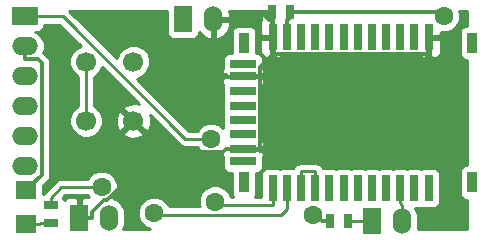
<source format=gtl>
G04 (created by PCBNEW-RS274X (2011-nov-30)-testing) date Sat 18 Aug 2012 12:14:24 PM CEST*
%MOIN*%
G04 Gerber Fmt 3.4, Leading zero omitted, Abs format*
%FSLAX34Y34*%
G01*
G70*
G90*
G04 APERTURE LIST*
%ADD10C,0.006*%
%ADD11R,0.025X0.045*%
%ADD12R,0.045X0.025*%
%ADD13R,0.06X0.0866*%
%ADD14O,0.06X0.0866*%
%ADD15R,0.0709X0.0629*%
%ADD16R,0.0314X0.0886*%
%ADD17R,0.0886X0.0314*%
%ADD18R,0.0354X0.0708*%
%ADD19R,0.0354X0.0707*%
%ADD20R,0.0866X0.06*%
%ADD21O,0.0866X0.06*%
%ADD22C,0.0669*%
%ADD23C,0.063*%
%ADD24C,0.0098*%
%ADD25C,0.0118*%
%ADD26C,0.01*%
G04 APERTURE END LIST*
G54D10*
G54D11*
X35930Y-20039D03*
X35330Y-20039D03*
G54D12*
X27953Y-26472D03*
X27953Y-27072D03*
G54D11*
X37259Y-27008D03*
X37859Y-27008D03*
G54D13*
X32374Y-20276D03*
G54D14*
X33374Y-20276D03*
G54D15*
X27126Y-25976D03*
X27126Y-27094D03*
G54D16*
X40079Y-20866D03*
X39606Y-20866D03*
X39134Y-20866D03*
X38661Y-20866D03*
X38189Y-20866D03*
X37717Y-20866D03*
X37244Y-20866D03*
X36772Y-20866D03*
X36299Y-20866D03*
X35827Y-20866D03*
X35354Y-20866D03*
X35354Y-25905D03*
X35827Y-25905D03*
X36299Y-25905D03*
X36772Y-25905D03*
X37244Y-25905D03*
X37717Y-25905D03*
X38189Y-25905D03*
X38661Y-25905D03*
X39134Y-25905D03*
X39606Y-25905D03*
X40079Y-25905D03*
X40551Y-25905D03*
X40551Y-20866D03*
G54D17*
X34370Y-21772D03*
X34370Y-22165D03*
X34370Y-22677D03*
X34370Y-23150D03*
X34370Y-23622D03*
X34370Y-24094D03*
X34370Y-24606D03*
X34370Y-25000D03*
G54D18*
X34409Y-21063D03*
G54D19*
X42007Y-21063D03*
X42008Y-25709D03*
X34409Y-25709D03*
G54D20*
X27087Y-20177D03*
G54D21*
X27087Y-21177D03*
X27087Y-22177D03*
X27087Y-23177D03*
X27087Y-24177D03*
X27087Y-25177D03*
G54D13*
X38673Y-27008D03*
G54D14*
X39673Y-27008D03*
G54D22*
X29134Y-21693D03*
X30708Y-21693D03*
X29134Y-23661D03*
X30708Y-23661D03*
G54D13*
X28909Y-26890D03*
G54D14*
X29909Y-26890D03*
G54D23*
X33308Y-24260D03*
X29651Y-25865D03*
X33438Y-26352D03*
X31406Y-26730D03*
X36711Y-26790D03*
X41056Y-20174D03*
G54D24*
X32444Y-24260D02*
X33308Y-24260D01*
X28361Y-20177D02*
X32444Y-24260D01*
X27087Y-20177D02*
X28361Y-20177D01*
G54D25*
X40551Y-20866D02*
X40551Y-21441D01*
X35354Y-21441D02*
X40551Y-21441D01*
X34370Y-24606D02*
X34945Y-24606D01*
X34370Y-24606D02*
X33795Y-24606D01*
X30708Y-23661D02*
X31551Y-24503D01*
X32103Y-24503D02*
X31551Y-24503D01*
X32310Y-24710D02*
X32103Y-24503D01*
X33691Y-24710D02*
X32310Y-24710D01*
X33795Y-24606D02*
X33691Y-24710D01*
X28909Y-26890D02*
X29341Y-26890D01*
X34945Y-24606D02*
X34945Y-22165D01*
X34370Y-22165D02*
X34945Y-22165D01*
X34945Y-21850D02*
X34945Y-22165D01*
X35354Y-21441D02*
X34945Y-21850D01*
X30286Y-25768D02*
X31551Y-24503D01*
X30286Y-25862D02*
X30286Y-25768D01*
X29836Y-26312D02*
X30286Y-25862D01*
X29742Y-26312D02*
X29836Y-26312D01*
X29341Y-26713D02*
X29742Y-26312D01*
X29341Y-26890D02*
X29341Y-26713D01*
X35330Y-20039D02*
X35073Y-20039D01*
X35354Y-21441D02*
X35354Y-20866D01*
X35227Y-20291D02*
X35024Y-20088D01*
X35354Y-20291D02*
X35227Y-20291D01*
X34836Y-20276D02*
X35024Y-20088D01*
X33374Y-20276D02*
X34836Y-20276D01*
X35024Y-20088D02*
X35073Y-20039D01*
X35354Y-20866D02*
X35354Y-20291D01*
G54D24*
X36299Y-25340D02*
X36772Y-25340D01*
X36299Y-25905D02*
X36299Y-25340D01*
X36772Y-25905D02*
X36772Y-25340D01*
X39606Y-26386D02*
X39606Y-25905D01*
X39673Y-26453D02*
X39606Y-26386D01*
X39673Y-27008D02*
X39673Y-26453D01*
X27603Y-27075D02*
X27606Y-27072D01*
X27603Y-27094D02*
X27603Y-27075D01*
X27953Y-27072D02*
X27606Y-27072D01*
X27126Y-27094D02*
X27603Y-27094D01*
X29134Y-21693D02*
X29134Y-23661D01*
X28313Y-25865D02*
X27953Y-26225D01*
X29651Y-25865D02*
X28313Y-25865D01*
X27953Y-26472D02*
X27953Y-26225D01*
X35354Y-25905D02*
X35354Y-26470D01*
X33556Y-26470D02*
X33438Y-26352D01*
X35354Y-26470D02*
X33556Y-26470D01*
X31466Y-26790D02*
X31406Y-26730D01*
X35623Y-26790D02*
X31466Y-26790D01*
X35827Y-26586D02*
X35623Y-26790D01*
X35827Y-25905D02*
X35827Y-26586D01*
X38673Y-27008D02*
X37859Y-27008D01*
G54D25*
X37259Y-27008D02*
X37002Y-27008D01*
X36784Y-26790D02*
X37002Y-27008D01*
X36711Y-26790D02*
X36784Y-26790D01*
X35930Y-20039D02*
X35930Y-20211D01*
X27653Y-25449D02*
X27126Y-25976D01*
X27653Y-21743D02*
X27653Y-25449D01*
X27519Y-21609D02*
X27653Y-21743D01*
X27087Y-21609D02*
X27519Y-21609D01*
X27087Y-21177D02*
X27087Y-21609D01*
X35827Y-20866D02*
X35827Y-20291D01*
X35850Y-20291D02*
X35827Y-20291D01*
X35930Y-20211D02*
X35850Y-20291D01*
X40921Y-20039D02*
X41056Y-20174D01*
X35930Y-20039D02*
X40921Y-20039D01*
G54D10*
G36*
X27137Y-22227D02*
X27037Y-22227D01*
X27037Y-22127D01*
X27137Y-22127D01*
X27137Y-22227D01*
X27137Y-22227D01*
G37*
G54D26*
X27137Y-22227D02*
X27037Y-22227D01*
X27037Y-22127D01*
X27137Y-22127D01*
X27137Y-22227D01*
G54D10*
G36*
X29228Y-26207D02*
X29021Y-26207D01*
X28959Y-26269D01*
X28959Y-26790D01*
X28959Y-26840D01*
X28959Y-26940D01*
X28859Y-26940D01*
X28859Y-26840D01*
X28859Y-26790D01*
X28859Y-26269D01*
X28797Y-26207D01*
X28560Y-26208D01*
X28468Y-26246D01*
X28405Y-26309D01*
X28405Y-26302D01*
X28370Y-26219D01*
X28359Y-26208D01*
X28427Y-26141D01*
X29179Y-26141D01*
X29192Y-26171D01*
X29228Y-26207D01*
X29228Y-26207D01*
G37*
G54D26*
X29228Y-26207D02*
X29021Y-26207D01*
X28959Y-26269D01*
X28959Y-26790D01*
X28959Y-26840D01*
X28959Y-26940D01*
X28859Y-26940D01*
X28859Y-26840D01*
X28859Y-26790D01*
X28859Y-26269D01*
X28797Y-26207D01*
X28560Y-26208D01*
X28468Y-26246D01*
X28405Y-26309D01*
X28405Y-26302D01*
X28370Y-26219D01*
X28359Y-26208D01*
X28427Y-26141D01*
X29179Y-26141D01*
X29192Y-26171D01*
X29228Y-26207D01*
G54D10*
G36*
X34043Y-26194D02*
X33957Y-26194D01*
X33897Y-26046D01*
X33745Y-25894D01*
X33546Y-25811D01*
X33331Y-25811D01*
X33132Y-25893D01*
X32980Y-26045D01*
X32897Y-26244D01*
X32897Y-26459D01*
X32919Y-26514D01*
X31902Y-26514D01*
X31865Y-26424D01*
X31713Y-26272D01*
X31514Y-26189D01*
X31299Y-26189D01*
X31100Y-26271D01*
X31047Y-26324D01*
X31047Y-24071D01*
X30708Y-23732D01*
X30637Y-23803D01*
X30637Y-23661D01*
X30298Y-23322D01*
X30200Y-23353D01*
X30120Y-23571D01*
X30130Y-23803D01*
X30200Y-23969D01*
X30298Y-24000D01*
X30637Y-23661D01*
X30637Y-23803D01*
X30369Y-24071D01*
X30400Y-24169D01*
X30618Y-24249D01*
X30850Y-24239D01*
X31016Y-24169D01*
X31047Y-24071D01*
X31047Y-26324D01*
X30948Y-26423D01*
X30865Y-26622D01*
X30865Y-26837D01*
X30947Y-27036D01*
X31099Y-27188D01*
X31264Y-27257D01*
X30376Y-27257D01*
X30426Y-27139D01*
X30426Y-26933D01*
X30426Y-26643D01*
X30348Y-26453D01*
X30202Y-26307D01*
X30041Y-26239D01*
X30109Y-26172D01*
X30192Y-25973D01*
X30192Y-25758D01*
X30110Y-25559D01*
X29958Y-25407D01*
X29759Y-25324D01*
X29544Y-25324D01*
X29345Y-25406D01*
X29193Y-25558D01*
X29180Y-25589D01*
X28313Y-25589D01*
X28207Y-25610D01*
X28118Y-25670D01*
X27758Y-26030D01*
X27707Y-26105D01*
X27707Y-25799D01*
X27855Y-25651D01*
X27917Y-25559D01*
X27917Y-25558D01*
X27920Y-25540D01*
X27938Y-25449D01*
X27939Y-25449D01*
X27939Y-21743D01*
X27917Y-21634D01*
X27916Y-21633D01*
X27895Y-21602D01*
X27855Y-21541D01*
X27855Y-21540D01*
X27721Y-21407D01*
X27701Y-21394D01*
X27749Y-21281D01*
X27749Y-21075D01*
X27671Y-20885D01*
X27525Y-20739D01*
X27441Y-20704D01*
X27565Y-20704D01*
X27648Y-20669D01*
X27712Y-20606D01*
X27747Y-20522D01*
X27747Y-20453D01*
X28247Y-20453D01*
X28955Y-21161D01*
X28817Y-21218D01*
X28660Y-21376D01*
X28574Y-21581D01*
X28574Y-21804D01*
X28659Y-22010D01*
X28817Y-22167D01*
X28858Y-22184D01*
X28858Y-23169D01*
X28817Y-23186D01*
X28660Y-23344D01*
X28574Y-23549D01*
X28574Y-23772D01*
X28659Y-23978D01*
X28817Y-24135D01*
X29022Y-24221D01*
X29245Y-24221D01*
X29451Y-24136D01*
X29608Y-23978D01*
X29694Y-23773D01*
X29694Y-23550D01*
X29609Y-23344D01*
X29451Y-23187D01*
X29410Y-23169D01*
X29410Y-22184D01*
X29451Y-22168D01*
X29608Y-22010D01*
X29665Y-21871D01*
X30907Y-23113D01*
X30798Y-23073D01*
X30566Y-23083D01*
X30400Y-23153D01*
X30369Y-23251D01*
X30673Y-23555D01*
X30708Y-23590D01*
X30779Y-23661D01*
X30814Y-23696D01*
X31118Y-24000D01*
X31216Y-23969D01*
X31296Y-23751D01*
X31286Y-23519D01*
X31266Y-23472D01*
X32249Y-24455D01*
X32338Y-24515D01*
X32444Y-24536D01*
X32836Y-24536D01*
X32849Y-24566D01*
X33001Y-24718D01*
X33200Y-24801D01*
X33415Y-24801D01*
X33614Y-24719D01*
X33677Y-24656D01*
X33677Y-24706D01*
X33689Y-24706D01*
X33677Y-24718D01*
X33678Y-24812D01*
X33700Y-24865D01*
X33700Y-24888D01*
X33700Y-25202D01*
X33735Y-25285D01*
X33798Y-25349D01*
X33882Y-25384D01*
X33972Y-25384D01*
X34005Y-25384D01*
X34005Y-25401D01*
X34005Y-26107D01*
X34040Y-26190D01*
X34043Y-26194D01*
X34043Y-26194D01*
G37*
G54D26*
X34043Y-26194D02*
X33957Y-26194D01*
X33897Y-26046D01*
X33745Y-25894D01*
X33546Y-25811D01*
X33331Y-25811D01*
X33132Y-25893D01*
X32980Y-26045D01*
X32897Y-26244D01*
X32897Y-26459D01*
X32919Y-26514D01*
X31902Y-26514D01*
X31865Y-26424D01*
X31713Y-26272D01*
X31514Y-26189D01*
X31299Y-26189D01*
X31100Y-26271D01*
X31047Y-26324D01*
X31047Y-24071D01*
X30708Y-23732D01*
X30637Y-23803D01*
X30637Y-23661D01*
X30298Y-23322D01*
X30200Y-23353D01*
X30120Y-23571D01*
X30130Y-23803D01*
X30200Y-23969D01*
X30298Y-24000D01*
X30637Y-23661D01*
X30637Y-23803D01*
X30369Y-24071D01*
X30400Y-24169D01*
X30618Y-24249D01*
X30850Y-24239D01*
X31016Y-24169D01*
X31047Y-24071D01*
X31047Y-26324D01*
X30948Y-26423D01*
X30865Y-26622D01*
X30865Y-26837D01*
X30947Y-27036D01*
X31099Y-27188D01*
X31264Y-27257D01*
X30376Y-27257D01*
X30426Y-27139D01*
X30426Y-26933D01*
X30426Y-26643D01*
X30348Y-26453D01*
X30202Y-26307D01*
X30041Y-26239D01*
X30109Y-26172D01*
X30192Y-25973D01*
X30192Y-25758D01*
X30110Y-25559D01*
X29958Y-25407D01*
X29759Y-25324D01*
X29544Y-25324D01*
X29345Y-25406D01*
X29193Y-25558D01*
X29180Y-25589D01*
X28313Y-25589D01*
X28207Y-25610D01*
X28118Y-25670D01*
X27758Y-26030D01*
X27707Y-26105D01*
X27707Y-25799D01*
X27855Y-25651D01*
X27917Y-25559D01*
X27917Y-25558D01*
X27920Y-25540D01*
X27938Y-25449D01*
X27939Y-25449D01*
X27939Y-21743D01*
X27917Y-21634D01*
X27916Y-21633D01*
X27895Y-21602D01*
X27855Y-21541D01*
X27855Y-21540D01*
X27721Y-21407D01*
X27701Y-21394D01*
X27749Y-21281D01*
X27749Y-21075D01*
X27671Y-20885D01*
X27525Y-20739D01*
X27441Y-20704D01*
X27565Y-20704D01*
X27648Y-20669D01*
X27712Y-20606D01*
X27747Y-20522D01*
X27747Y-20453D01*
X28247Y-20453D01*
X28955Y-21161D01*
X28817Y-21218D01*
X28660Y-21376D01*
X28574Y-21581D01*
X28574Y-21804D01*
X28659Y-22010D01*
X28817Y-22167D01*
X28858Y-22184D01*
X28858Y-23169D01*
X28817Y-23186D01*
X28660Y-23344D01*
X28574Y-23549D01*
X28574Y-23772D01*
X28659Y-23978D01*
X28817Y-24135D01*
X29022Y-24221D01*
X29245Y-24221D01*
X29451Y-24136D01*
X29608Y-23978D01*
X29694Y-23773D01*
X29694Y-23550D01*
X29609Y-23344D01*
X29451Y-23187D01*
X29410Y-23169D01*
X29410Y-22184D01*
X29451Y-22168D01*
X29608Y-22010D01*
X29665Y-21871D01*
X30907Y-23113D01*
X30798Y-23073D01*
X30566Y-23083D01*
X30400Y-23153D01*
X30369Y-23251D01*
X30673Y-23555D01*
X30708Y-23590D01*
X30779Y-23661D01*
X30814Y-23696D01*
X31118Y-24000D01*
X31216Y-23969D01*
X31296Y-23751D01*
X31286Y-23519D01*
X31266Y-23472D01*
X32249Y-24455D01*
X32338Y-24515D01*
X32444Y-24536D01*
X32836Y-24536D01*
X32849Y-24566D01*
X33001Y-24718D01*
X33200Y-24801D01*
X33415Y-24801D01*
X33614Y-24719D01*
X33677Y-24656D01*
X33677Y-24706D01*
X33689Y-24706D01*
X33677Y-24718D01*
X33678Y-24812D01*
X33700Y-24865D01*
X33700Y-24888D01*
X33700Y-25202D01*
X33735Y-25285D01*
X33798Y-25349D01*
X33882Y-25384D01*
X33972Y-25384D01*
X34005Y-25384D01*
X34005Y-25401D01*
X34005Y-26107D01*
X34040Y-26190D01*
X34043Y-26194D01*
G54D10*
G36*
X41824Y-27257D02*
X40958Y-27257D01*
X40958Y-20978D01*
X40896Y-20916D01*
X40601Y-20916D01*
X40601Y-21497D01*
X40663Y-21559D01*
X40757Y-21558D01*
X40849Y-21520D01*
X40919Y-21450D01*
X40957Y-21359D01*
X40957Y-21260D01*
X40958Y-20978D01*
X40958Y-27257D01*
X40190Y-27257D01*
X40190Y-27051D01*
X40190Y-26761D01*
X40113Y-26575D01*
X40281Y-26575D01*
X40314Y-26560D01*
X40349Y-26575D01*
X40439Y-26575D01*
X40753Y-26575D01*
X40836Y-26540D01*
X40900Y-26477D01*
X40935Y-26393D01*
X40935Y-26303D01*
X40935Y-25417D01*
X40900Y-25334D01*
X40837Y-25270D01*
X40753Y-25235D01*
X40663Y-25235D01*
X40349Y-25235D01*
X40315Y-25249D01*
X40281Y-25235D01*
X40191Y-25235D01*
X39877Y-25235D01*
X39842Y-25249D01*
X39808Y-25235D01*
X39718Y-25235D01*
X39404Y-25235D01*
X39370Y-25249D01*
X39336Y-25235D01*
X39246Y-25235D01*
X38932Y-25235D01*
X38897Y-25249D01*
X38863Y-25235D01*
X38773Y-25235D01*
X38459Y-25235D01*
X38425Y-25249D01*
X38391Y-25235D01*
X38301Y-25235D01*
X37987Y-25235D01*
X37953Y-25249D01*
X37919Y-25235D01*
X37829Y-25235D01*
X37515Y-25235D01*
X37480Y-25249D01*
X37446Y-25235D01*
X37356Y-25235D01*
X37042Y-25235D01*
X37028Y-25240D01*
X37027Y-25234D01*
X36967Y-25145D01*
X36878Y-25085D01*
X36772Y-25064D01*
X36299Y-25064D01*
X36193Y-25085D01*
X36104Y-25145D01*
X36044Y-25234D01*
X36042Y-25240D01*
X36029Y-25235D01*
X35939Y-25235D01*
X35625Y-25235D01*
X35590Y-25249D01*
X35556Y-25235D01*
X35466Y-25235D01*
X35304Y-25235D01*
X35304Y-21497D01*
X35304Y-20916D01*
X35304Y-20816D01*
X35304Y-20235D01*
X35280Y-20211D01*
X35280Y-20089D01*
X35017Y-20089D01*
X34955Y-20151D01*
X34956Y-20215D01*
X34956Y-20314D01*
X34964Y-20333D01*
X34948Y-20373D01*
X34948Y-20472D01*
X34947Y-20754D01*
X35009Y-20816D01*
X35304Y-20816D01*
X35304Y-20916D01*
X35009Y-20916D01*
X34947Y-20978D01*
X34948Y-21260D01*
X34948Y-21359D01*
X34986Y-21450D01*
X35056Y-21520D01*
X35148Y-21558D01*
X35242Y-21559D01*
X35304Y-21497D01*
X35304Y-25235D01*
X35152Y-25235D01*
X35069Y-25270D01*
X35005Y-25333D01*
X34970Y-25417D01*
X34970Y-25507D01*
X34970Y-26194D01*
X34774Y-26194D01*
X34778Y-26191D01*
X34813Y-26107D01*
X34813Y-26017D01*
X34813Y-25384D01*
X34858Y-25384D01*
X34941Y-25349D01*
X35005Y-25286D01*
X35040Y-25202D01*
X35040Y-25112D01*
X35040Y-24865D01*
X35062Y-24812D01*
X35063Y-24718D01*
X35001Y-24656D01*
X34946Y-24656D01*
X34942Y-24651D01*
X34858Y-24616D01*
X34768Y-24616D01*
X34320Y-24616D01*
X34320Y-24556D01*
X34420Y-24556D01*
X34470Y-24556D01*
X35001Y-24556D01*
X35063Y-24494D01*
X35062Y-24400D01*
X35029Y-24321D01*
X35040Y-24296D01*
X35040Y-24206D01*
X35040Y-23892D01*
X35025Y-23858D01*
X35040Y-23824D01*
X35040Y-23734D01*
X35040Y-23420D01*
X35025Y-23386D01*
X35040Y-23352D01*
X35040Y-23262D01*
X35040Y-22948D01*
X35025Y-22913D01*
X35040Y-22879D01*
X35040Y-22789D01*
X35040Y-22475D01*
X35029Y-22449D01*
X35062Y-22371D01*
X35063Y-22277D01*
X35063Y-22053D01*
X35062Y-21959D01*
X35040Y-21905D01*
X35040Y-21884D01*
X35040Y-21570D01*
X35005Y-21487D01*
X34942Y-21423D01*
X34858Y-21388D01*
X34813Y-21388D01*
X34813Y-21372D01*
X34813Y-20664D01*
X34778Y-20581D01*
X34715Y-20517D01*
X34631Y-20482D01*
X34541Y-20482D01*
X34187Y-20482D01*
X34104Y-20517D01*
X34040Y-20580D01*
X34005Y-20664D01*
X34005Y-20754D01*
X34005Y-21388D01*
X33924Y-21388D01*
X33924Y-20459D01*
X33924Y-20326D01*
X33424Y-20326D01*
X33424Y-20894D01*
X33509Y-20941D01*
X33537Y-20937D01*
X33727Y-20834D01*
X33863Y-20666D01*
X33924Y-20459D01*
X33924Y-21388D01*
X33882Y-21388D01*
X33799Y-21423D01*
X33735Y-21486D01*
X33700Y-21570D01*
X33700Y-21660D01*
X33700Y-21905D01*
X33678Y-21959D01*
X33677Y-22053D01*
X33739Y-22115D01*
X33792Y-22115D01*
X33798Y-22121D01*
X33882Y-22156D01*
X33972Y-22156D01*
X34858Y-22156D01*
X34941Y-22121D01*
X34947Y-22115D01*
X35001Y-22115D01*
X35063Y-22053D01*
X35063Y-22277D01*
X35001Y-22215D01*
X34470Y-22215D01*
X34420Y-22215D01*
X34320Y-22215D01*
X34270Y-22215D01*
X33739Y-22215D01*
X33677Y-22277D01*
X33678Y-22371D01*
X33710Y-22449D01*
X33700Y-22475D01*
X33700Y-22565D01*
X33700Y-22879D01*
X33714Y-22913D01*
X33700Y-22948D01*
X33700Y-23038D01*
X33700Y-23352D01*
X33714Y-23385D01*
X33700Y-23420D01*
X33700Y-23510D01*
X33700Y-23824D01*
X33714Y-23857D01*
X33701Y-23888D01*
X33615Y-23802D01*
X33416Y-23719D01*
X33201Y-23719D01*
X33002Y-23801D01*
X32850Y-23953D01*
X32837Y-23984D01*
X32558Y-23984D01*
X30824Y-22250D01*
X31025Y-22168D01*
X31182Y-22010D01*
X31268Y-21805D01*
X31268Y-21582D01*
X31183Y-21376D01*
X31025Y-21219D01*
X30820Y-21133D01*
X30597Y-21133D01*
X30391Y-21218D01*
X30234Y-21376D01*
X30150Y-21576D01*
X28561Y-19987D01*
X31847Y-19987D01*
X31847Y-20754D01*
X31882Y-20837D01*
X31945Y-20901D01*
X32029Y-20936D01*
X32119Y-20936D01*
X32719Y-20936D01*
X32802Y-20901D01*
X32866Y-20838D01*
X32901Y-20754D01*
X32901Y-20685D01*
X33021Y-20834D01*
X33211Y-20937D01*
X33239Y-20941D01*
X33324Y-20894D01*
X33324Y-20376D01*
X33324Y-20326D01*
X33324Y-20226D01*
X33424Y-20226D01*
X33474Y-20226D01*
X33924Y-20226D01*
X33924Y-20093D01*
X33892Y-19987D01*
X35015Y-19987D01*
X35017Y-19989D01*
X35230Y-19989D01*
X35280Y-19989D01*
X35380Y-19989D01*
X35380Y-20089D01*
X35380Y-20139D01*
X35380Y-20452D01*
X35404Y-20476D01*
X35404Y-20766D01*
X35404Y-20816D01*
X35404Y-20916D01*
X35404Y-20966D01*
X35404Y-21497D01*
X35466Y-21559D01*
X35560Y-21558D01*
X35619Y-21533D01*
X35625Y-21536D01*
X35715Y-21536D01*
X36029Y-21536D01*
X36062Y-21521D01*
X36097Y-21536D01*
X36187Y-21536D01*
X36501Y-21536D01*
X36535Y-21521D01*
X36570Y-21536D01*
X36660Y-21536D01*
X36974Y-21536D01*
X37007Y-21521D01*
X37042Y-21536D01*
X37132Y-21536D01*
X37446Y-21536D01*
X37480Y-21521D01*
X37515Y-21536D01*
X37605Y-21536D01*
X37919Y-21536D01*
X37952Y-21521D01*
X37987Y-21536D01*
X38077Y-21536D01*
X38391Y-21536D01*
X38424Y-21521D01*
X38459Y-21536D01*
X38549Y-21536D01*
X38863Y-21536D01*
X38897Y-21521D01*
X38932Y-21536D01*
X39022Y-21536D01*
X39336Y-21536D01*
X39369Y-21521D01*
X39404Y-21536D01*
X39494Y-21536D01*
X39808Y-21536D01*
X39842Y-21521D01*
X39877Y-21536D01*
X39967Y-21536D01*
X40281Y-21536D01*
X40286Y-21533D01*
X40345Y-21558D01*
X40439Y-21559D01*
X40501Y-21497D01*
X40501Y-20966D01*
X40501Y-20916D01*
X40501Y-20816D01*
X40601Y-20816D01*
X40651Y-20816D01*
X40896Y-20816D01*
X40958Y-20754D01*
X40957Y-20715D01*
X41163Y-20715D01*
X41362Y-20633D01*
X41514Y-20481D01*
X41597Y-20282D01*
X41597Y-20067D01*
X41564Y-19987D01*
X41824Y-19987D01*
X41824Y-20483D01*
X41785Y-20483D01*
X41702Y-20518D01*
X41638Y-20581D01*
X41603Y-20665D01*
X41603Y-20755D01*
X41603Y-21461D01*
X41638Y-21544D01*
X41701Y-21608D01*
X41785Y-21643D01*
X41824Y-21643D01*
X41824Y-25129D01*
X41786Y-25129D01*
X41703Y-25164D01*
X41639Y-25227D01*
X41604Y-25311D01*
X41604Y-25401D01*
X41604Y-26107D01*
X41639Y-26190D01*
X41702Y-26254D01*
X41786Y-26289D01*
X41824Y-26289D01*
X41824Y-27257D01*
X41824Y-27257D01*
G37*
G54D26*
X41824Y-27257D02*
X40958Y-27257D01*
X40958Y-20978D01*
X40896Y-20916D01*
X40601Y-20916D01*
X40601Y-21497D01*
X40663Y-21559D01*
X40757Y-21558D01*
X40849Y-21520D01*
X40919Y-21450D01*
X40957Y-21359D01*
X40957Y-21260D01*
X40958Y-20978D01*
X40958Y-27257D01*
X40190Y-27257D01*
X40190Y-27051D01*
X40190Y-26761D01*
X40113Y-26575D01*
X40281Y-26575D01*
X40314Y-26560D01*
X40349Y-26575D01*
X40439Y-26575D01*
X40753Y-26575D01*
X40836Y-26540D01*
X40900Y-26477D01*
X40935Y-26393D01*
X40935Y-26303D01*
X40935Y-25417D01*
X40900Y-25334D01*
X40837Y-25270D01*
X40753Y-25235D01*
X40663Y-25235D01*
X40349Y-25235D01*
X40315Y-25249D01*
X40281Y-25235D01*
X40191Y-25235D01*
X39877Y-25235D01*
X39842Y-25249D01*
X39808Y-25235D01*
X39718Y-25235D01*
X39404Y-25235D01*
X39370Y-25249D01*
X39336Y-25235D01*
X39246Y-25235D01*
X38932Y-25235D01*
X38897Y-25249D01*
X38863Y-25235D01*
X38773Y-25235D01*
X38459Y-25235D01*
X38425Y-25249D01*
X38391Y-25235D01*
X38301Y-25235D01*
X37987Y-25235D01*
X37953Y-25249D01*
X37919Y-25235D01*
X37829Y-25235D01*
X37515Y-25235D01*
X37480Y-25249D01*
X37446Y-25235D01*
X37356Y-25235D01*
X37042Y-25235D01*
X37028Y-25240D01*
X37027Y-25234D01*
X36967Y-25145D01*
X36878Y-25085D01*
X36772Y-25064D01*
X36299Y-25064D01*
X36193Y-25085D01*
X36104Y-25145D01*
X36044Y-25234D01*
X36042Y-25240D01*
X36029Y-25235D01*
X35939Y-25235D01*
X35625Y-25235D01*
X35590Y-25249D01*
X35556Y-25235D01*
X35466Y-25235D01*
X35304Y-25235D01*
X35304Y-21497D01*
X35304Y-20916D01*
X35304Y-20816D01*
X35304Y-20235D01*
X35280Y-20211D01*
X35280Y-20089D01*
X35017Y-20089D01*
X34955Y-20151D01*
X34956Y-20215D01*
X34956Y-20314D01*
X34964Y-20333D01*
X34948Y-20373D01*
X34948Y-20472D01*
X34947Y-20754D01*
X35009Y-20816D01*
X35304Y-20816D01*
X35304Y-20916D01*
X35009Y-20916D01*
X34947Y-20978D01*
X34948Y-21260D01*
X34948Y-21359D01*
X34986Y-21450D01*
X35056Y-21520D01*
X35148Y-21558D01*
X35242Y-21559D01*
X35304Y-21497D01*
X35304Y-25235D01*
X35152Y-25235D01*
X35069Y-25270D01*
X35005Y-25333D01*
X34970Y-25417D01*
X34970Y-25507D01*
X34970Y-26194D01*
X34774Y-26194D01*
X34778Y-26191D01*
X34813Y-26107D01*
X34813Y-26017D01*
X34813Y-25384D01*
X34858Y-25384D01*
X34941Y-25349D01*
X35005Y-25286D01*
X35040Y-25202D01*
X35040Y-25112D01*
X35040Y-24865D01*
X35062Y-24812D01*
X35063Y-24718D01*
X35001Y-24656D01*
X34946Y-24656D01*
X34942Y-24651D01*
X34858Y-24616D01*
X34768Y-24616D01*
X34320Y-24616D01*
X34320Y-24556D01*
X34420Y-24556D01*
X34470Y-24556D01*
X35001Y-24556D01*
X35063Y-24494D01*
X35062Y-24400D01*
X35029Y-24321D01*
X35040Y-24296D01*
X35040Y-24206D01*
X35040Y-23892D01*
X35025Y-23858D01*
X35040Y-23824D01*
X35040Y-23734D01*
X35040Y-23420D01*
X35025Y-23386D01*
X35040Y-23352D01*
X35040Y-23262D01*
X35040Y-22948D01*
X35025Y-22913D01*
X35040Y-22879D01*
X35040Y-22789D01*
X35040Y-22475D01*
X35029Y-22449D01*
X35062Y-22371D01*
X35063Y-22277D01*
X35063Y-22053D01*
X35062Y-21959D01*
X35040Y-21905D01*
X35040Y-21884D01*
X35040Y-21570D01*
X35005Y-21487D01*
X34942Y-21423D01*
X34858Y-21388D01*
X34813Y-21388D01*
X34813Y-21372D01*
X34813Y-20664D01*
X34778Y-20581D01*
X34715Y-20517D01*
X34631Y-20482D01*
X34541Y-20482D01*
X34187Y-20482D01*
X34104Y-20517D01*
X34040Y-20580D01*
X34005Y-20664D01*
X34005Y-20754D01*
X34005Y-21388D01*
X33924Y-21388D01*
X33924Y-20459D01*
X33924Y-20326D01*
X33424Y-20326D01*
X33424Y-20894D01*
X33509Y-20941D01*
X33537Y-20937D01*
X33727Y-20834D01*
X33863Y-20666D01*
X33924Y-20459D01*
X33924Y-21388D01*
X33882Y-21388D01*
X33799Y-21423D01*
X33735Y-21486D01*
X33700Y-21570D01*
X33700Y-21660D01*
X33700Y-21905D01*
X33678Y-21959D01*
X33677Y-22053D01*
X33739Y-22115D01*
X33792Y-22115D01*
X33798Y-22121D01*
X33882Y-22156D01*
X33972Y-22156D01*
X34858Y-22156D01*
X34941Y-22121D01*
X34947Y-22115D01*
X35001Y-22115D01*
X35063Y-22053D01*
X35063Y-22277D01*
X35001Y-22215D01*
X34470Y-22215D01*
X34420Y-22215D01*
X34320Y-22215D01*
X34270Y-22215D01*
X33739Y-22215D01*
X33677Y-22277D01*
X33678Y-22371D01*
X33710Y-22449D01*
X33700Y-22475D01*
X33700Y-22565D01*
X33700Y-22879D01*
X33714Y-22913D01*
X33700Y-22948D01*
X33700Y-23038D01*
X33700Y-23352D01*
X33714Y-23385D01*
X33700Y-23420D01*
X33700Y-23510D01*
X33700Y-23824D01*
X33714Y-23857D01*
X33701Y-23888D01*
X33615Y-23802D01*
X33416Y-23719D01*
X33201Y-23719D01*
X33002Y-23801D01*
X32850Y-23953D01*
X32837Y-23984D01*
X32558Y-23984D01*
X30824Y-22250D01*
X31025Y-22168D01*
X31182Y-22010D01*
X31268Y-21805D01*
X31268Y-21582D01*
X31183Y-21376D01*
X31025Y-21219D01*
X30820Y-21133D01*
X30597Y-21133D01*
X30391Y-21218D01*
X30234Y-21376D01*
X30150Y-21576D01*
X28561Y-19987D01*
X31847Y-19987D01*
X31847Y-20754D01*
X31882Y-20837D01*
X31945Y-20901D01*
X32029Y-20936D01*
X32119Y-20936D01*
X32719Y-20936D01*
X32802Y-20901D01*
X32866Y-20838D01*
X32901Y-20754D01*
X32901Y-20685D01*
X33021Y-20834D01*
X33211Y-20937D01*
X33239Y-20941D01*
X33324Y-20894D01*
X33324Y-20376D01*
X33324Y-20326D01*
X33324Y-20226D01*
X33424Y-20226D01*
X33474Y-20226D01*
X33924Y-20226D01*
X33924Y-20093D01*
X33892Y-19987D01*
X35015Y-19987D01*
X35017Y-19989D01*
X35230Y-19989D01*
X35280Y-19989D01*
X35380Y-19989D01*
X35380Y-20089D01*
X35380Y-20139D01*
X35380Y-20452D01*
X35404Y-20476D01*
X35404Y-20766D01*
X35404Y-20816D01*
X35404Y-20916D01*
X35404Y-20966D01*
X35404Y-21497D01*
X35466Y-21559D01*
X35560Y-21558D01*
X35619Y-21533D01*
X35625Y-21536D01*
X35715Y-21536D01*
X36029Y-21536D01*
X36062Y-21521D01*
X36097Y-21536D01*
X36187Y-21536D01*
X36501Y-21536D01*
X36535Y-21521D01*
X36570Y-21536D01*
X36660Y-21536D01*
X36974Y-21536D01*
X37007Y-21521D01*
X37042Y-21536D01*
X37132Y-21536D01*
X37446Y-21536D01*
X37480Y-21521D01*
X37515Y-21536D01*
X37605Y-21536D01*
X37919Y-21536D01*
X37952Y-21521D01*
X37987Y-21536D01*
X38077Y-21536D01*
X38391Y-21536D01*
X38424Y-21521D01*
X38459Y-21536D01*
X38549Y-21536D01*
X38863Y-21536D01*
X38897Y-21521D01*
X38932Y-21536D01*
X39022Y-21536D01*
X39336Y-21536D01*
X39369Y-21521D01*
X39404Y-21536D01*
X39494Y-21536D01*
X39808Y-21536D01*
X39842Y-21521D01*
X39877Y-21536D01*
X39967Y-21536D01*
X40281Y-21536D01*
X40286Y-21533D01*
X40345Y-21558D01*
X40439Y-21559D01*
X40501Y-21497D01*
X40501Y-20966D01*
X40501Y-20916D01*
X40501Y-20816D01*
X40601Y-20816D01*
X40651Y-20816D01*
X40896Y-20816D01*
X40958Y-20754D01*
X40957Y-20715D01*
X41163Y-20715D01*
X41362Y-20633D01*
X41514Y-20481D01*
X41597Y-20282D01*
X41597Y-20067D01*
X41564Y-19987D01*
X41824Y-19987D01*
X41824Y-20483D01*
X41785Y-20483D01*
X41702Y-20518D01*
X41638Y-20581D01*
X41603Y-20665D01*
X41603Y-20755D01*
X41603Y-21461D01*
X41638Y-21544D01*
X41701Y-21608D01*
X41785Y-21643D01*
X41824Y-21643D01*
X41824Y-25129D01*
X41786Y-25129D01*
X41703Y-25164D01*
X41639Y-25227D01*
X41604Y-25311D01*
X41604Y-25401D01*
X41604Y-26107D01*
X41639Y-26190D01*
X41702Y-26254D01*
X41786Y-26289D01*
X41824Y-26289D01*
X41824Y-27257D01*
M02*

</source>
